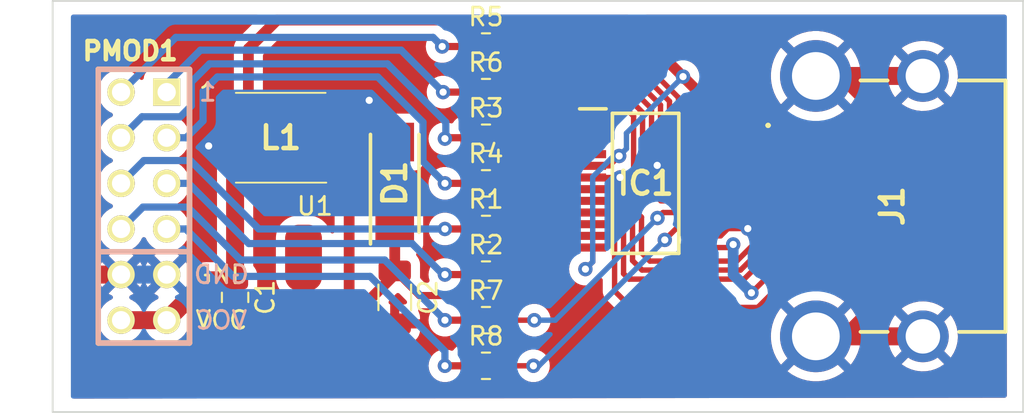
<source format=kicad_pcb>
(kicad_pcb (version 20211014) (generator pcbnew)
  (layers (0 "F.Cu" signal) (31 "B.Cu" signal) (34 "B.Paste" user) (35 "F.Paste" user) (36 "B.SilkS" user "B.Silkscreen") (37 "F.SilkS" user "F.Silkscreen") (38 "B.Mask" user) (39 "F.Mask" user) (44 "Edge.Cuts" user))
  (net 0 "")
  (net 1 "+3V3")
  (net 2 "GND")
  (net 3 "+5V")
  (net 4 "Net-(U1-Pad3)")
  (net 9 "/CEC_B")
  (net 10 "/SCL_B")
  (net 11 "/SDA_B")
  (net 12 "/HPD_B")
  (net 13 "/HDMI_5V")
  (net 14 "/HDMI_CLKN")
  (net 15 "/HDMI_CLKP")
  (net 16 "/HDMI_D0N")
  (net 17 "/HDMI_D0P")
  (net 18 "/HDMI_D1N")
  (net 19 "/HDMI_D1P")
  (net 20 "/HDMI_D2N")
  (net 21 "/HDMI_D2P")
  (net 23 "/HDMI_RP")
  (net 24 "/HDMI_RN")
  (net 25 "/HDMI_GP")
  (net 26 "/HDMI_GN")
  (net 27 "/HDMI_BP")
  (net 28 "/HDMI_BN")
  (net 29 "/HDMI_CP")
  (net 30 "/HDMI_CN")
  (footprint "ME2108A:SOT89" (layer "F.Cu") (at 87.63 107.95)
    (fp_text reference "U1" (at 0.635 -3.81) (layer "F.SilkS"))
    (fp_text value "ME2108A")
    (pad "1" smd rect locked (at -1.499 1.981) (size 0.8 1.4) (layers "F.Cu" "F.Paste" "F.Mask") (net 2 "GND"))
    (pad "2" smd custom locked (at 0 1.727) (size 0.8 1.9) (layers "F.Cu") (net 3 "+5V") (options (clearance outline) (anchor rect)) (primitives (gr_poly (pts (xy 0.25 0.323) (xy -0.25 0.323) (xy -0.25 -0.977) (xy -0.283 -0.978) (xy -0.315 -0.98) (xy -0.348 -0.985) (xy -0.38 -0.991) (xy -0.412 -0.998) (xy -0.443 -1.008) (xy -0.474 -1.019) (xy -0.504 -1.031) (xy -0.534 -1.045) (xy -0.562 -1.061) (xy -0.59 -1.078) (xy -0.617 -1.096) (xy -0.643 -1.116) (xy -0.668 -1.138) (xy -0.692 -1.16) (xy -0.714 -1.184) (xy -0.736 -1.209) (xy -0.756 -1.235) (xy -0.774 -1.262) (xy -0.791 -1.29) (xy -0.807 -1.318) (xy -0.821 -1.348) (xy -0.833 -1.378) (xy -0.844 -1.409) (xy -0.854 -1.44) (xy -0.861 -1.472) (xy -0.867 -1.504) (xy -0.872 -1.537) (xy -0.874 -1.569) (xy -0.875 -1.602) (xy -0.875 -3.777) (xy -0.872 -3.814) (xy -0.867 -3.846) (xy -0.86 -3.878) (xy -0.852 -3.909) (xy -0.843 -3.939) (xy -0.831 -3.969) (xy -0.819 -3.999) (xy -0.804 -4.028) (xy -0.788 -4.056) (xy -0.771 -4.083) (xy -0.753 -4.109) (xy -0.733 -4.134) (xy -0.711 -4.158) (xy -0.689 -4.181) (xy -0.665 -4.203) (xy -0.64 -4.223) (xy -0.614 -4.242) (xy -0.588 -4.26) (xy -0.56 -4.276) (xy -0.532 -4.291) (xy -0.502 -4.304) (xy -0.472 -4.316) (xy -0.442 -4.326) (xy -0.411 -4.335) (xy -0.38 -4.342) (xy -0.348 -4.347) (xy -0.316 -4.351) (xy -0.284 -4.353) (xy -0.252 -4.353) (xy -0.225 -4.352) (xy 0.25 -4.352) (xy 0.284 -4.352) (xy 0.316 -4.35) (xy 0.348 -4.346) (xy 0.379 -4.341) (xy 0.411 -4.334) (xy 0.442 -4.325) (xy 0.472 -4.315) (xy 0.502 -4.303) (xy 0.531 -4.29) (xy 0.56 -4.275) (xy 0.587 -4.259) (xy 0.614 -4.241) (xy 0.64 -4.222) (xy 0.664 -4.202) (xy 0.688 -4.18) (xy 0.711 -4.157) (xy 0.732 -4.133) (xy 0.752 -4.108) (xy 0.77 -4.082) (xy 0.788 -4.055) (xy 0.803 -4.027) (xy 0.818 -3.998) (xy 0.831 -3.969) (xy 0.842 -3.939) (xy 0.851 -3.908) (xy 0.859 -3.877) (xy 0.866 -3.846) (xy 0.871 -3.814) (xy 0.874 -3.782) (xy 0.875 -3.752) (xy 0.875 -1.602) (xy 0.874 -1.569) (xy 0.872 -1.537) (xy 0.867 -1.504) (xy 0.861 -1.472) (xy 0.854 -1.44) (xy 0.844 -1.409) (xy 0.833 -1.378) (xy 0.821 -1.348) (xy 0.807 -1.318) (xy 0.791 -1.29) (xy 0.774 -1.262) (xy 0.756 -1.235) (xy 0.736 -1.209) (xy 0.714 -1.184) (xy 0.692 -1.16) (xy 0.668 -1.138) (xy 0.643 -1.116) (xy 0.617 -1.096) (xy 0.59 -1.078) (xy 0.563 -1.061) (xy 0.534 -1.045) (xy 0.504 -1.031) (xy 0.474 -1.019) (xy 0.443 -1.008) (xy 0.412 -0.998) (xy 0.38 -0.991) (xy 0.348 -0.985) (xy 0.315 -0.98) (xy 0.283 -0.978) (xy 0.25 -0.977) (xy 0.25 0.323)) (width 0.3) (fill yes))))
    (pad "3" smd rect locked (at 1.499 1.981) (size 0.8 1.4) (layers "F.Cu" "F.Paste" "F.Mask") (net 4 "Net-(U1-Pad3)"))
  )
  (footprint "Resistor_SMD:R_0805_2012Metric" (layer "F.Cu") (at 97.79 97.79)
    (fp_text reference "R6" (at 0 -1.65) (layer "F.SilkS"))
    (fp_text value "R")
    (fp_line (start -0.227064 0.735) (end 0.227064 0.735) (layer "F.SilkS") (width 0.12))
    (fp_line (start -0.227064 -0.735) (end 0.227064 -0.735) (layer "F.SilkS") (width 0.12))
    (pad "1" smd roundrect (at -0.9125 0) (size 1.025 1.4) (layers "F.Cu" "F.Paste" "F.Mask") (roundrect_rratio 0.243902439) (net 28 "/HDMI_BN"))
    (pad "2" smd roundrect (at 0.9125 0) (size 1.025 1.4) (layers "F.Cu" "F.Paste" "F.Mask") (roundrect_rratio 0.243902439) (net 20 "/HDMI_D2N"))
  )
  (footprint "Resistor_SMD:R_0805_2012Metric" (layer "F.Cu") (at 97.79 110.49)
    (fp_text reference "R7" (at 0 -1.65) (layer "F.SilkS"))
    (fp_text value "R")
    (fp_line (start -0.227064 -0.735) (end 0.227064 -0.735) (layer "F.SilkS") (width 0.12))
    (fp_line (start -0.227064 0.735) (end 0.227064 0.735) (layer "F.SilkS") (width 0.12))
    (pad "1" smd roundrect (at -0.9125 0) (size 1.025 1.4) (layers "F.Cu" "F.Paste" "F.Mask") (roundrect_rratio 0.243902439) (net 29 "/HDMI_CP"))
    (pad "2" smd roundrect (at 0.9125 0) (size 1.025 1.4) (layers "F.Cu" "F.Paste" "F.Mask") (roundrect_rratio 0.243902439) (net 15 "/HDMI_CLKP"))
  )
  (footprint "Resistor_SMD:R_0805_2012Metric" (layer "F.Cu") (at 97.79 113.03)
    (fp_text reference "R8" (at 0 -1.65) (layer "F.SilkS"))
    (fp_text value "R")
    (fp_line (start -0.227064 -0.735) (end 0.227064 -0.735) (layer "F.SilkS") (width 0.12))
    (fp_line (start -0.227064 0.735) (end 0.227064 0.735) (layer "F.SilkS") (width 0.12))
    (pad "1" smd roundrect (at -0.9125 0) (size 1.025 1.4) (layers "F.Cu" "F.Paste" "F.Mask") (roundrect_rratio 0.243902439) (net 30 "/HDMI_CN"))
    (pad "2" smd roundrect (at 0.9125 0) (size 1.025 1.4) (layers "F.Cu" "F.Paste" "F.Mask") (roundrect_rratio 0.243902439) (net 14 "/HDMI_CLKN"))
  )
  (footprint "pmod-conn_6x2:pmod_pin_array_6x2" (layer "F.Cu") (at 78.74 104.14)
    (fp_text reference "PMOD1" (at -0.762 -8.636) (layer "F.SilkS") (effects (font (size 1.016 1.016) (thickness 0.254))))
    (fp_text value "PMOD-Device-x2-Type-1A-GPIO" hide)
    (fp_text user "1" (at 3.556 -6.35) (layer "B.SilkS") (effects (justify mirror)))
    (fp_text user "VCC" (at 4.318 6.35) (layer "B.SilkS") (effects (justify mirror)))
    (fp_text user "GND" (at 4.318 3.81) (layer "B.SilkS") (effects (justify mirror)))
    (fp_text user "VCC" (at 4.318 6.35) (layer "F.SilkS"))
    (fp_text user "GND" (at 4.318 3.81) (layer "F.SilkS"))
    (fp_text user "1" (at 3.556 -6.35) (layer "F.SilkS"))
    (fp_line (start -2.54 -7.62) (end -2.54 7.62) (layer "B.SilkS") (width 0.3048))
    (fp_line (start 2.54 -7.62) (end -2.54 -7.62) (layer "B.SilkS") (width 0.3048))
    (fp_line (start 2.54 7.62) (end 2.54 -7.62) (layer "B.SilkS") (width 0.3048))
    (fp_line (start -2.54 7.62) (end 2.54 7.62) (layer "B.SilkS") (width 0.3048))
    (fp_line (start 2.54 2.54) (end -2.54 2.54) (layer "B.SilkS") (width 0.3048))
    (fp_line (start -2.54 -7.62) (end -2.54 7.62) (layer "F.SilkS") (width 0.3048))
    (fp_line (start -2.54 7.62) (end 2.54 7.62) (layer "F.SilkS") (width 0.3048))
    (fp_line (start 2.54 2.54) (end -2.54 2.54) (layer "F.SilkS") (width 0.3048))
    (fp_line (start 2.54 -7.62) (end -2.54 -7.62) (layer "F.SilkS") (width 0.3048))
    (fp_line (start 2.54 7.62) (end 2.54 -7.62) (layer "F.SilkS") (width 0.3048))
    (pad "1" thru_hole rect locked (at 1.27 -6.35) (size 1.524 1.524) (drill 1.016) (layers *.Cu *.Mask "F.SilkS") (net 28 "/HDMI_BN"))
    (pad "2" thru_hole circle locked (at 1.27 -3.81 270) (size 1.524 1.524) (drill 1.016) (layers *.Cu *.Mask "F.SilkS") (net 26 "/HDMI_GN"))
    (pad "3" thru_hole circle locked (at 1.27 -1.27 270) (size 1.524 1.524) (drill 1.016) (layers *.Cu *.Mask "F.SilkS") (net 24 "/HDMI_RN"))
    (pad "4" thru_hole circle locked (at 1.27 1.27 270) (size 1.524 1.524) (drill 1.016) (layers *.Cu *.Mask "F.SilkS") (net 30 "/HDMI_CN"))
    (pad "5" thru_hole circle locked (at 1.27 3.81 270) (size 1.524 1.524) (drill 1.016) (layers *.Cu *.Mask "F.SilkS") (net 2 "GND"))
    (pad "6" thru_hole circle locked (at 1.27 6.35 270) (size 1.524 1.524) (drill 1.016) (layers *.Cu *.Mask "F.SilkS") (net 1 "+3V3"))
    (pad "7" thru_hole circle locked (at -1.27 -6.35 270) (size 1.524 1.524) (drill 1.016) (layers *.Cu *.Mask "F.SilkS") (net 27 "/HDMI_BP"))
    (pad "8" thru_hole circle locked (at -1.27 -3.81 270) (size 1.524 1.524) (drill 1.016) (layers *.Cu *.Mask "F.SilkS") (net 25 "/HDMI_GP"))
    (pad "9" thru_hole circle locked (at -1.27 -1.27 270) (size 1.524 1.524) (drill 1.016) (layers *.Cu *.Mask "F.SilkS") (net 23 "/HDMI_RP"))
    (pad "10" thru_hole circle locked (at -1.27 1.27 270) (size 1.524 1.524) (drill 1.016) (layers *.Cu *.Mask "F.SilkS") (net 29 "/HDMI_CP"))
    (pad "11" thru_hole circle locked (at -1.27 3.81 270) (size 1.524 1.524) (drill 1.016) (layers *.Cu *.Mask "F.SilkS") (net 2 "GND"))
    (pad "12" thru_hole circle locked (at -1.27 6.35 270) (size 1.524 1.524) (drill 1.016) (layers *.Cu *.Mask "F.SilkS") (net 1 "+3V3"))
  )
  (footprint "Resistor_SMD:R_0805_2012Metric" (layer "F.Cu") (at 97.79 107.95)
    (fp_text reference "R2" (at 0 -1.65) (layer "F.SilkS"))
    (fp_text value "R")
    (fp_line (start -0.227064 0.735) (end 0.227064 0.735) (layer "F.SilkS") (width 0.12))
    (fp_line (start -0.227064 -0.735) (end 0.227064 -0.735) (layer "F.SilkS") (width 0.12))
    (pad "1" smd roundrect (at -0.9125 0) (size 1.025 1.4) (layers "F.Cu" "F.Paste" "F.Mask") (roundrect_rratio 0.243902439) (net 24 "/HDMI_RN"))
    (pad "2" smd roundrect (at 0.9125 0) (size 1.025 1.4) (layers "F.Cu" "F.Paste" "F.Mask") (roundrect_rratio 0.243902439) (net 16 "/HDMI_D0N"))
  )
  (footprint "Capacitor_SMD:C_1206_3216Metric" (layer "F.Cu") (at 92.71 109.22 -90)
    (fp_text reference "C2" (at 0 -1.85 90) (layer "F.SilkS"))
    (fp_text value "47u")
    (fp_line (start -0.711252 -0.91) (end 0.711252 -0.91) (layer "F.SilkS") (width 0.12))
    (fp_line (start -0.711252 0.91) (end 0.711252 0.91) (layer "F.SilkS") (width 0.12))
    (pad "1" smd roundrect (at -1.475 0 270) (size 1.15 1.8) (layers "F.Cu" "F.Paste" "F.Mask") (roundrect_rratio 0.2173913043) (net 3 "+5V"))
    (pad "2" smd roundrect (at 1.475 0 270) (size 1.15 1.8) (layers "F.Cu" "F.Paste" "F.Mask") (roundrect_rratio 0.2173913043) (net 2 "GND"))
  )
  (footprint "SamacSys_Parts:SOP65P640X120-24N" (layer "F.Cu") (at 106.68 102.87)
    (fp_text reference "IC1" (at 0 0) (layer "F.SilkS") (effects (font (size 1.27 1.27) (thickness 0.254))))
    (fp_text value "TPD12S016PWR" hide)
    (fp_line (start 1.85 3.9) (end -1.85 3.9) (layer "F.SilkS") (width 0.2))
    (fp_line (start -1.85 3.9) (end -1.85 -3.9) (layer "F.SilkS") (width 0.2))
    (fp_line (start 1.85 -3.9) (end 1.85 3.9) (layer "F.SilkS") (width 0.2))
    (fp_line (start -1.85 -3.9) (end 1.85 -3.9) (layer "F.SilkS") (width 0.2))
    (fp_line (start -3.675 -4.15) (end -2.2 -4.15) (layer "F.SilkS") (width 0.2))
    (pad "1" smd rect locked (at -2.938 -3.575 90) (size 0.45 1.475) (layers "F.Cu" "F.Paste" "F.Mask"))
    (pad "2" smd rect locked (at -2.938 -2.925 90) (size 0.45 1.475) (layers "F.Cu" "F.Paste" "F.Mask"))
    (pad "3" smd rect locked (at -2.938 -2.275 90) (size 0.45 1.475) (layers "F.Cu" "F.Paste" "F.Mask"))
    (pad "4" smd rect locked (at -2.938 -1.625 90) (size 0.45 1.475) (layers "F.Cu" "F.Paste" "F.Mask"))
    (pad "5" smd rect locked (at -2.938 -0.975 90) (size 0.45 1.475) (layers "F.Cu" "F.Paste" "F.Mask") (net 1 "+3V3"))
    (pad "6" smd rect locked (at -2.938 -0.325 90) (size 0.45 1.475) (layers "F.Cu" "F.Paste" "F.Mask") (net 2 "GND"))
    (pad "7" smd rect locked (at -2.938 0.325 90) (size 0.45 1.475) (layers "F.Cu" "F.Paste" "F.Mask") (net 9 "/CEC_B"))
    (pad "8" smd rect locked (at -2.938 0.975 90) (size 0.45 1.475) (layers "F.Cu" "F.Paste" "F.Mask") (net 10 "/SCL_B"))
    (pad "9" smd rect locked (at -2.938 1.625 90) (size 0.45 1.475) (layers "F.Cu" "F.Paste" "F.Mask") (net 11 "/SDA_B"))
    (pad "10" smd rect locked (at -2.938 2.275 90) (size 0.45 1.475) (layers "F.Cu" "F.Paste" "F.Mask") (net 12 "/HPD_B"))
    (pad "11" smd rect locked (at -2.938 2.925 90) (size 0.45 1.475) (layers "F.Cu" "F.Paste" "F.Mask") (net 3 "+5V"))
    (pad "12" smd rect locked (at -2.938 3.575 90) (size 0.45 1.475) (layers "F.Cu" "F.Paste" "F.Mask") (net 1 "+3V3"))
    (pad "13" smd rect locked (at 2.938 3.575 90) (size 0.45 1.475) (layers "F.Cu" "F.Paste" "F.Mask") (net 13 "/HDMI_5V"))
    (pad "14" smd rect locked (at 2.938 2.925 90) (size 0.45 1.475) (layers "F.Cu" "F.Paste" "F.Mask") (net 2 "GND"))
    (pad "15" smd rect locked (at 2.938 2.275 90) (size 0.45 1.475) (layers "F.Cu" "F.Paste" "F.Mask") (net 14 "/HDMI_CLKN"))
    (pad "16" smd rect locked (at 2.938 1.625 90) (size 0.45 1.475) (layers "F.Cu" "F.Paste" "F.Mask") (net 15 "/HDMI_CLKP"))
    (pad "17" smd rect locked (at 2.938 0.975 90) (size 0.45 1.475) (layers "F.Cu" "F.Paste" "F.Mask") (net 16 "/HDMI_D0N"))
    (pad "18" smd rect locked (at 2.938 0.325 90) (size 0.45 1.475) (layers "F.Cu" "F.Paste" "F.Mask") (net 17 "/HDMI_D0P"))
    (pad "19" smd rect locked (at 2.938 -0.325 90) (size 0.45 1.475) (layers "F.Cu" "F.Paste" "F.Mask") (net 2 "GND"))
    (pad "20" smd rect locked (at 2.938 -0.975 90) (size 0.45 1.475) (layers "F.Cu" "F.Paste" "F.Mask") (net 18 "/HDMI_D1N"))
    (pad "21" smd rect locked (at 2.938 -1.625 90) (size 0.45 1.475) (layers "F.Cu" "F.Paste" "F.Mask") (net 19 "/HDMI_D1P"))
    (pad "22" smd rect locked (at 2.938 -2.275 90) (size 0.45 1.475) (layers "F.Cu" "F.Paste" "F.Mask") (net 20 "/HDMI_D2N"))
    (pad "23" smd rect locked (at 2.938 -2.925 90) (size 0.45 1.475) (layers "F.Cu" "F.Paste" "F.Mask") (net 21 "/HDMI_D2P"))
    (pad "24" smd rect locked (at 2.938 -3.575 90) (size 0.45 1.475) (layers "F.Cu" "F.Paste" "F.Mask") (net 1 "+3V3"))
  )
  (footprint "Resistor_SMD:R_0805_2012Metric" (layer "F.Cu") (at 97.79 100.33)
    (fp_text reference "R3" (at 0 -1.65) (layer "F.SilkS"))
    (fp_text value "R")
    (fp_line (start -0.227064 0.735) (end 0.227064 0.735) (layer "F.SilkS") (width 0.12))
    (fp_line (start -0.227064 -0.735) (end 0.227064 -0.735) (layer "F.SilkS") (width 0.12))
    (pad "1" smd roundrect (at -0.9125 0) (size 1.025 1.4) (layers "F.Cu" "F.Paste" "F.Mask") (roundrect_rratio 0.243902439) (net 25 "/HDMI_GP"))
    (pad "2" smd roundrect (at 0.9125 0) (size 1.025 1.4) (layers "F.Cu" "F.Paste" "F.Mask") (roundrect_rratio 0.243902439) (net 19 "/HDMI_D1P"))
  )
  (footprint "Resistor_SMD:R_0805_2012Metric" (layer "F.Cu") (at 97.79 102.87)
    (fp_text reference "R4" (at 0 -1.65) (layer "F.SilkS"))
    (fp_text value "R")
    (fp_line (start -0.227064 0.735) (end 0.227064 0.735) (layer "F.SilkS") (width 0.12))
    (fp_line (start -0.227064 -0.735) (end 0.227064 -0.735) (layer "F.SilkS") (width 0.12))
    (pad "1" smd roundrect (at -0.9125 0) (size 1.025 1.4) (layers "F.Cu" "F.Paste" "F.Mask") (roundrect_rratio 0.243902439) (net 26 "/HDMI_GN"))
    (pad "2" smd roundrect (at 0.9125 0) (size 1.025 1.4) (layers "F.Cu" "F.Paste" "F.Mask") (roundrect_rratio 0.243902439) (net 18 "/HDMI_D1N"))
  )
  (footprint "SamacSys_Parts:VLS5045EX330M" (layer "F.Cu") (at 86.36 100.33)
    (fp_text reference "L1" (at 0 0) (layer "F.SilkS") (effects (font (size 1.27 1.27) (thickness 0.254))))
    (fp_text value "VLS5045EX-330M" hide)
    (fp_line (start -2.5 -2.5) (end 2.5 -2.5) (layer "F.SilkS") (width 0.1))
    (fp_line (start -2.5 2.5) (end 2.54 2.5) (layer "F.SilkS") (width 0.1))
    (pad "1" smd rect locked (at -1.8 0) (size 1.5 4) (layers "F.Cu" "F.Paste" "F.Mask") (net 1 "+3V3"))
    (pad "2" smd rect locked (at 1.8 0) (size 1.5 4) (layers "F.Cu" "F.Paste" "F.Mask") (net 4 "Net-(U1-Pad3)"))
  )
  (footprint "Capacitor_SMD:C_0805_2012Metric" (layer "F.Cu") (at 83.82 109.22 -90)
    (fp_text reference "C1" (at 0 -1.68 90) (layer "F.SilkS"))
    (fp_text value "1u")
    (fp_line (start -0.261252 0.735) (end 0.261252 0.735) (layer "F.SilkS") (width 0.12))
    (fp_line (start -0.261252 -0.735) (end 0.261252 -0.735) (layer "F.SilkS") (width 0.12))
    (pad "1" smd roundrect (at -0.95 0 270) (size 1 1.45) (layers "F.Cu" "F.Paste" "F.Mask") (net 1 "+3V3"))
    (pad "2" smd roundrect (at 0.95 0 270) (size 1 1.45) (layers "F.Cu" "F.Paste" "F.Mask") (net 2 "GND"))
  )
  (footprint "Resistor_SMD:R_0805_2012Metric" (layer "F.Cu") (at 97.79 105.41)
    (fp_text reference "R1" (at 0 -1.65) (layer "F.SilkS"))
    (fp_text value "R")
    (fp_line (start -0.227064 0.735) (end 0.227064 0.735) (layer "F.SilkS") (width 0.12))
    (fp_line (start -0.227064 -0.735) (end 0.227064 -0.735) (layer "F.SilkS") (width 0.12))
    (pad "1" smd roundrect (at -0.9125 0) (size 1.025 1.4) (layers "F.Cu" "F.Paste" "F.Mask") (roundrect_rratio 0.243902439) (net 23 "/HDMI_RP"))
    (pad "2" smd roundrect (at 0.9125 0) (size 1.025 1.4) (layers "F.Cu" "F.Paste" "F.Mask") (roundrect_rratio 0.243902439) (net 17 "/HDMI_D0P"))
  )
  (footprint "Resistor_SMD:R_0805_2012Metric" (layer "F.Cu") (at 97.79 95.25)
    (fp_text reference "R5" (at 0 -1.65) (layer "F.SilkS"))
    (fp_text value "R")
    (fp_line (start -0.227064 -0.735) (end 0.227064 -0.735) (layer "F.SilkS") (width 0.12))
    (fp_line (start -0.227064 0.735) (end 0.227064 0.735) (layer "F.SilkS") (width 0.12))
    (pad "1" smd roundrect (at -0.9125 0) (size 1.025 1.4) (layers "F.Cu" "F.Paste" "F.Mask") (roundrect_rratio 0.243902439) (net 27 "/HDMI_BP"))
    (pad "2" smd roundrect (at 0.9125 0) (size 1.025 1.4) (layers "F.Cu" "F.Paste" "F.Mask") (roundrect_rratio 0.243902439) (net 21 "/HDMI_D2P"))
  )
  (footprint "SamacSys_Parts:DIOM5427X315N" (layer "F.Cu") (at 92.71 102.87 90)
    (fp_text reference "D1" (at 0 0 90) (layer "F.SilkS") (effects (font (size 1.27 1.27) (thickness 0.254))))
    (fp_text value "SS24-TP" hide)
    (fp_line (start -2.725 1.352) (end 2.725 1.352) (layer "F.SilkS") (width 0.2))
    (fp_line (start 2.725 -1.352) (end -3.375 -1.352) (layer "F.SilkS") (width 0.2))
    (pad "1" smd rect locked (at -2.3 0 180) (size 2.15 2.15) (layers "F.Cu" "F.Paste" "F.Mask") (net 3 "+5V"))
    (pad "2" smd rect locked (at 2.3 0 180) (size 2.15 2.15) (layers "F.Cu" "F.Paste" "F.Mask") (net 4 "Net-(U1-Pad3)"))
  )
  (footprint "SamacSys_Parts:RAHHD19TR" (layer "F.Cu") (at 120.65 104.14 90)
    (fp_text reference "J1" (at 0 -0.24 90) (layer "F.SilkS") (effects (font (size 1.27 1.27) (thickness 0.254))))
    (fp_text value "RAHHD19TR" hide)
    (fp_line (start 7 6.07) (end 7 3.5) (layer "F.SilkS") (width 0.2))
    (fp_line (start 7 -2) (end 7 -2) (layer "F.SilkS") (width 0.2))
    (fp_line (start -7 -0.5) (end -7 -2) (layer "F.SilkS") (width 0.2))
    (fp_line (start 7 6.07) (end 7 6.07) (layer "F.SilkS") (width 0.2))
    (fp_line (start 7 -0.5) (end 7 -0.5) (layer "F.SilkS") (width 0.2))
    (fp_line (start 4.5 -7.1) (end 4.5 -7.1) (layer "F.SilkS") (width 0.2))
    (fp_line (start -7 6.07) (end -7 6.07) (layer "F.SilkS") (width 0.2))
    (fp_line (start 7 -0.5) (end 7 -2) (layer "F.SilkS") (width 0.2))
    (fp_line (start 7 3.5) (end 7 6.07) (layer "F.SilkS") (width 0.2))
    (fp_line (start 7 6.07) (end -7 6.07) (layer "F.SilkS") (width 0.2))
    (fp_line (start -7 3.5) (end -7 3.5) (layer "F.SilkS") (width 0.2))
    (fp_line (start 7 -2) (end 7 -0.5) (layer "F.SilkS") (width 0.2))
    (fp_line (start 4.5 -7.2) (end 4.5 -7.2) (layer "F.SilkS") (width 0.2))
    (fp_line (start -7 -2) (end -7 -0.5) (layer "F.SilkS") (width 0.2))
    (fp_line (start -7 -2) (end -7 -2) (layer "F.SilkS") (width 0.2))
    (fp_line (start 4.5 -7.2) (end 4.5 -7.2) (layer "F.SilkS") (width 0.2))
    (fp_line (start 7 3.5) (end 7 3.5) (layer "F.SilkS") (width 0.2))
    (fp_line (start -7 3.5) (end -7 6.07) (layer "F.SilkS") (width 0.2))
    (fp_line (start -7 6.07) (end -7 6.07) (layer "F.SilkS") (width 0.2))
    (fp_line (start -7 6.07) (end -7 3.5) (layer "F.SilkS") (width 0.2))
    (fp_line (start 7 6.07) (end 7 6.07) (layer "F.SilkS") (width 0.2))
    (fp_line (start -7 -0.5) (end -7 -0.5) (layer "F.SilkS") (width 0.2))
    (fp_line (start -7 6.07) (end 7 6.07) (layer "F.SilkS") (width 0.2))
    (fp_arc (start 4.5 -7.2) (mid 4.55 -7.15) (end 4.5 -7.1) (layer "F.SilkS") (width 0.2))
    (fp_arc (start 4.5 -7.1) (mid 4.45 -7.15) (end 4.5 -7.2) (layer "F.SilkS") (width 0.2))
    (fp_arc (start 4.5 -7.1) (mid 4.45 -7.15) (end 4.5 -7.2) (layer "F.SilkS") (width 0.2))
    (pad "1" smd rect locked (at 4.5 -5.25 90) (size 0.28 2.6) (layers "F.Cu" "F.Paste" "F.Mask") (net 21 "/HDMI_D2P"))
    (pad "2" smd rect locked (at 4 -5.25 90) (size 0.28 2.6) (layers "F.Cu" "F.Paste" "F.Mask") (net 2 "GND"))
    (pad "3" smd rect locked (at 3.5 -5.25 90) (size 0.28 2.6) (layers "F.Cu" "F.Paste" "F.Mask") (net 20 "/HDMI_D2N"))
    (pad "4" smd rect locked (at 3 -5.25 90) (size 0.28 2.6) (layers "F.Cu" "F.Paste" "F.Mask") (net 19 "/HDMI_D1P"))
    (pad "5" smd rect locked (at 2.5 -5.25 90) (size 0.28 2.6) (layers "F.Cu" "F.Paste" "F.Mask") (net 2 "GND"))
    (pad "6" smd rect locked (at 2 -5.25 90) (size 0.28 2.6) (layers "F.Cu" "F.Paste" "F.Mask") (net 18 "/HDMI_D1N"))
    (pad "7" smd rect locked (at 1.5 -5.25 90) (size 0.28 2.6) (layers "F.Cu" "F.Paste" "F.Mask") (net 17 "/HDMI_D0P"))
    (pad "8" smd rect locked (at 1 -5.25 90) (size 0.28 2.6) (layers "F.Cu" "F.Paste" "F.Mask") (net 2 "GND"))
    (pad "9" smd rect locked (at 0.5 -5.25 90) (size 0.28 2.6) (layers "F.Cu" "F.Paste" "F.Mask") (net 16 "/HDMI_D0N"))
    (pad "10" smd rect locked (at 0 -5.25 90) (size 0.28 2.6) (layers "F.Cu" "F.Paste" "F.Mask") (net 15 "/HDMI_CLKP"))
    (pad "11" smd rect locked (at -0.5 -5.25 90) (size 0.28 2.6) (layers "F.Cu" "F.Paste" "F.Mask") (net 2 "GND"))
    (pad "12" smd rect locked (at -1 -5.25 90) (size 0.28 2.6) (layers "F.Cu" "F.Paste" "F.Mask") (net 14 "/HDMI_CLKN"))
    (pad "13" smd rect locked (at -1.5 -5.25 90) (size 0.28 2.6) (layers "F.Cu" "F.Paste" "F.Mask") (net 9 "/CEC_B"))
    (pad "14" smd rect locked (at -2 -5.25 90) (size 0.28 2.6) (layers "F.Cu" "F.Paste" "F.Mask"))
    (pad "15" smd rect locked (at -2.5 -5.25 90) (size 0.28 2.6) (layers "F.Cu" "F.Paste" "F.Mask") (net 10 "/SCL_B"))
    (pad "16" smd rect locked (at -3 -5.25 90) (size 0.28 2.6) (layers "F.Cu" "F.Paste" "F.Mask") (net 11 "/SDA_B"))
    (pad "17" smd rect locked (at -3.5 -5.25 90) (size 0.28 2.6) (layers "F.Cu" "F.Paste" "F.Mask") (net 2 "GND"))
    (pad "18" smd rect locked (at -4 -5.25 90) (size 0.28 2.6) (layers "F.Cu" "F.Paste" "F.Mask") (net 13 "/HDMI_5V"))
    (pad "19" smd rect locked (at -4.5 -5.25 90) (size 0.28 2.6) (layers "F.Cu" "F.Paste" "F.Mask") (net 12 "/HPD_B"))
    (pad "MH1" thru_hole circle locked (at 7.25 -4.49 90) (size 3.99 3.99) (drill 2.66) (layers *.Cu *.Mask) (net 2 "GND"))
    (pad "MH2" thru_hole circle locked (at -7.25 -4.49 90) (size 3.99 3.99) (drill 2.66) (layers *.Cu *.Mask) (net 2 "GND"))
    (pad "MH3" thru_hole circle locked (at 7.25 1.47 90) (size 2.88 2.88) (drill 1.92) (layers *.Cu *.Mask) (net 2 "GND"))
    (pad "MH4" thru_hole circle locked (at -7.25 1.47 90) (size 2.88 2.88) (drill 1.92) (layers *.Cu *.Mask) (net 2 "GND"))
  )
  (gr_rect (start 73.66 92.71) (end 127.705458 115.606903) (layer "Edge.Cuts") (width 0.1) (fill none))
  (segment (start 86.1568 93.7768) (end 84.56 95.3736) (width 0.6) (layer "F.Cu") (net 1))
  (segment (start 108.7628 96.9264) (end 109.5756 97.7392) (width 0.6) (layer "F.Cu") (net 1))
  (segment (start 84.56 95.3736) (end 84.56 100.33) (width 0.6) (layer "F.Cu") (net 1))
  (segment (start 82.23 108.27) (end 80.01 110.49) (width 1) (layer "F.Cu") (net 1))
  (segment (start 83.82 101.07) (end 84.56 100.33) (width 1) (layer "F.Cu") (net 1))
  (segment (start 104.6578 101.895) (end 105.2068 101.346) (width 0.3) (layer "F.Cu") (net 1))
  (segment (start 103.742 107.2304) (end 103.3272 107.6452) (width 0.3) (layer "F.Cu") (net 1))
  (segment (start 77.47 110.49) (end 80.01 110.49) (width 1) (layer "F.Cu") (net 1))
  (segment (start 103.742 106.445) (end 103.742 107.2304) (width 0.3) (layer "F.Cu") (net 1))
  (segment (start 83.82 108.27) (end 82.23 108.27) (width 1) (layer "F.Cu") (net 1))
  (segment (start 103.742 101.895) (end 104.6578 101.895) (width 0.3) (layer "F.Cu") (net 1))
  (segment (start 109.618 97.7816) (end 109.5756 97.7392) (width 0.3) (layer "F.Cu") (net 1))
  (segment (start 108.7628 96.9264) (end 105.6132 93.7768) (width 0.6) (layer "F.Cu") (net 1))
  (segment (start 105.6132 93.7768) (end 86.1568 93.7768) (width 0.6) (layer "F.Cu") (net 1))
  (segment (start 109.618 99.295) (end 109.618 97.7816) (width 0.3) (layer "F.Cu") (net 1))
  (segment (start 83.82 108.27) (end 83.82 101.07) (width 1) (layer "F.Cu") (net 1))
  (via (at 108.7628 96.9264) (size 0.8) (drill 0.4) (layers "F.Cu" "B.Cu") (net 1))
  (via (at 103.3272 107.6452) (size 0.8) (drill 0.4) (layers "F.Cu" "B.Cu") (net 1))
  (via (at 105.2068 101.346) (size 0.8) (drill 0.4) (layers "F.Cu" "B.Cu") (net 1))
  (segment (start 108.7628 96.9264) (end 105.6132 100.076) (width 0.3) (layer "B.Cu") (net 1))
  (segment (start 104.902 101.346) (end 105.2068 101.346) (width 0.3) (layer "B.Cu") (net 1))
  (segment (start 105.6132 100.076) (end 105.6132 100.9396) (width 0.3) (layer "B.Cu") (net 1))
  (segment (start 103.7336 102.5144) (end 104.902 101.346) (width 0.3) (layer "B.Cu") (net 1))
  (segment (start 103.3272 107.6452) (end 103.7336 107.2388) (width 0.3) (layer "B.Cu") (net 1))
  (segment (start 105.6132 100.9396) (end 105.2068 101.346) (width 0.3) (layer "B.Cu") (net 1))
  (segment (start 103.7336 107.2388) (end 103.7336 102.5144) (width 0.3) (layer "B.Cu") (net 1))
  (segment (start 86.131 112.6494) (end 85.9536 112.8268) (width 1) (layer "F.Cu") (net 2))
  (segment (start 116.16 96.89) (end 122.12 96.89) (width 1) (layer "F.Cu") (net 2))
  (segment (start 115.4 107.64) (end 119.0804 107.64) (width 0.3) (layer "F.Cu") (net 2))
  (segment (start 116.16 111.39) (end 117.9432 111.39) (width 1) (layer "F.Cu") (net 2))
  (segment (start 116.16 96.89) (end 117.7688 96.89) (width 1) (layer "F.Cu") (net 2))
  (segment (start 105.248587 102.545) (end 103.742 102.545) (width 0.3) (layer "F.Cu") (net 2))
  (segment (start 119.142 103.14) (end 119.1768 103.1748) (width 0.3) (layer "F.Cu") (net 2))
  (segment (start 119.1768 107.5436) (end 119.1768 110.1564) (width 1) (layer "F.Cu") (net 2))
  (segment (start 115.4 101.64) (end 119.0644 101.64) (width 0.3) (layer "F.Cu") (net 2))
  (segment (start 119.0884 100.14) (end 119.1768 100.2284) (width 0.3) (layer "F.Cu") (net 2))
  (segment (start 119.1768 98.298) (end 119.1768 100.2284) (width 1) (layer "F.Cu") (net 2))
  (segment (start 117.9432 111.39) (end 122.12 111.39) (width 1) (layer "F.Cu") (net 2))
  (segment (start 107.325332 101.869068) (end 108.001264 102.545) (width 0.3) (layer "F.Cu") (net 2))
  (segment (start 119.0644 101.64) (end 119.1768 101.7524) (width 0.3) (layer "F.Cu") (net 2))
  (segment (start 119.0804 107.64) (end 119.1768 107.5436) (width 0.3) (layer "F.Cu") (net 2))
  (segment (start 83.82 110.17) (end 83.82 112.3696) (width 1) (layer "F.Cu") (net 2))
  (segment (start 119.1768 104.394) (end 119.1768 107.5436) (width 1) (layer "F.Cu") (net 2))
  (segment (start 115.4 100.14) (end 119.0884 100.14) (width 0.3) (layer "F.Cu") (net 2))
  (segment (start 90.5782 112.8268) (end 92.71 110.695) (width 1) (layer "F.Cu") (net 2))
  (segment (start 111.261214 105.38902) (end 110.855234 105.795) (width 0.3) (layer "F.Cu") (net 2))
  (segment (start 119.1768 110.1564) (end 117.9432 111.39) (width 1) (layer "F.Cu") (net 2))
  (segment (start 115.4 104.64) (end 118.9308 104.64) (width 0.3) (layer "F.Cu") (net 2))
  (segment (start 83.82 112.3696) (end 84.2772 112.8268) (width 1) (layer "F.Cu") (net 2))
  (segment (start 105.254687 102.5389) (end 105.248587 102.545) (width 0.3) (layer "F.Cu") (net 2))
  (segment (start 115.4 103.14) (end 119.142 103.14) (width 0.3) (layer "F.Cu") (net 2))
  (segment (start 75.5396 111.9124) (end 76.454 112.8268) (width 1) (layer "F.Cu") (net 2))
  (segment (start 119.1768 101.7524) (end 119.1768 103.1748) (width 1) (layer "F.Cu") (net 2))
  (segment (start 76.454 112.8268) (end 84.2772 112.8268) (width 1) (layer "F.Cu") (net 2))
  (segment (start 75.9968 107.95) (end 75.5396 108.4072) (width 1) (layer "F.Cu") (net 2))
  (segment (start 86.131 109.931) (end 86.131 112.6494) (width 1) (layer "F.Cu") (net 2))
  (segment (start 117.7688 96.89) (end 119.1768 98.298) (width 1) (layer "F.Cu") (net 2))
  (segment (start 118.9308 104.64) (end 119.1768 104.394) (width 0.3) (layer "F.Cu") (net 2))
  (segment (start 75.5396 108.4072) (end 75.5396 111.9124) (width 1) (layer "F.Cu") (net 2))
  (segment (start 77.47 107.95) (end 75.9968 107.95) (width 1) (layer "F.Cu") (net 2))
  (segment (start 85.9536 112.8268) (end 90.5782 112.8268) (width 1) (layer "F.Cu") (net 2))
  (segment (start 110.855234 105.795) (end 109.618 105.795) (width 0.3) (layer "F.Cu") (net 2))
  (segment (start 119.1768 103.1748) (end 119.1768 104.394) (width 1) (layer "F.Cu") (net 2))
  (segment (start 119.1768 100.2284) (end 119.1768 101.7524) (width 1) (layer "F.Cu") (net 2))
  (segment (start 112.3696 105.38902) (end 111.261214 105.38902) (width 0.3) (layer "F.Cu") (net 2))
  (segment (start 84.2772 112.8268) (end 85.9536 112.8268) (width 1) (layer "F.Cu") (net 2))
  (segment (start 108.001264 102.545) (end 109.618 102.545) (width 0.3) (layer "F.Cu") (net 2))
  (via (at 112.3696 105.38902) (size 0.8) (drill 0.4) (layers "F.Cu" "B.Cu") (net 2))
  (via (at 105.254687 102.5389) (size 0.8) (drill 0.4) (layers "F.Cu" "B.Cu") (net 2))
  (via (at 107.325332 101.869068) (size 0.8) (drill 0.4) (layers "F.Cu" "B.Cu") (net 2))
  (via (at 82.3468 100.7872) (size 0.8) (drill 0.4) (layers "F.Cu" "B.Cu") (net 2))
  (via (at 91.2876 98.2472) (size 0.8) (drill 0.4) (layers "F.Cu" "B.Cu") (net 2))
  (segment (start 80.01 107.95) (end 77.47 107.95) (width 1) (layer "B.Cu") (net 2))
  (segment (start 103.742 105.795) (end 102.6045 105.795) (width 0.4) (layer "F.Cu") (net 3))
  (segment (start 90.17 110.49) (end 92.71 107.95) (width 0.6) (layer "F.Cu") (net 3))
  (segment (start 87.63 109.677) (end 87.63 110.93311) (width 0.6) (layer "F.Cu") (net 3))
  (segment (start 88.198736 111.501846) (end 89.657176 111.501846) (width 0.6) (layer "F.Cu") (net 3))
  (segment (start 87.63 110.93311) (end 88.198736 111.501846) (width 0.6) (layer "F.Cu") (net 3))
  (segment (start 92.71 105.17) (end 92.71 107.745) (width 0.6) (layer "F.Cu") (net 3))
  (segment (start 102.6045 105.795) (end 99.2811 109.1184) (width 0.4) (layer "F.Cu") (net 3))
  (segment (start 90.17 110.989022) (end 90.17 110.49) (width 0.6) (layer "F.Cu") (net 3))
  (segment (start 92.71 107.95) (end 92.71 107.745) (width 0.6) (layer "F.Cu") (net 3))
  (segment (start 89.657176 111.501846) (end 90.17 110.989022) (width 0.6) (layer "F.Cu") (net 3))
  (segment (start 94.0834 109.1184) (end 92.71 107.745) (width 0.4) (layer "F.Cu") (net 3))
  (segment (start 99.2811 109.1184) (end 94.0834 109.1184) (width 0.4) (layer "F.Cu") (net 3))
  (segment (start 89.129 109.931) (end 89.459 109.931) (width 0.6) (layer "F.Cu") (net 4))
  (segment (start 88.16 100.33) (end 90.17 100.33) (width 0.6) (layer "F.Cu") (net 4))
  (segment (start 90.17 100.33) (end 92.47 100.33) (width 0.6) (layer "F.Cu") (net 4))
  (segment (start 89.459 109.931) (end 90.17 109.22) (width 0.6) (layer "F.Cu") (net 4))
  (segment (start 90.17 109.22) (end 90.17 100.33) (width 0.6) (layer "F.Cu") (net 4))
  (segment (start 92.47 100.33) (end 92.71 100.57) (width 0.6) (layer "F.Cu") (net 4))
  (segment (start 106.919426 107.198866) (end 111.758679 107.198866) (width 0.3) (layer "F.Cu") (net 9))
  (segment (start 111.758679 107.198866) (end 113.317546 105.64) (width 0.3) (layer "F.Cu") (net 9))
  (segment (start 106.451358 105.511599) (end 106.45136 105.511601) (width 0.3) (layer "F.Cu") (net 9))
  (segment (start 103.742 103.195) (end 104.892355 103.195) (width 0.3) (layer "F.Cu") (net 9))
  (segment (start 106.45136 106.7308) (end 106.919426 107.198866) (width 0.3) (layer "F.Cu") (net 9))
  (segment (start 106.451357 104.754002) (end 106.451358 105.511599) (width 0.3) (layer "F.Cu") (net 9))
  (segment (start 104.892355 103.195) (end 106.451357 104.754002) (width 0.3) (layer "F.Cu") (net 9))
  (segment (start 106.45136 105.511601) (end 106.45136 106.7308) (width 0.3) (layer "F.Cu") (net 9))
  (segment (start 113.317546 105.64) (end 115.4 105.64) (width 0.3) (layer "F.Cu") (net 9))
  (segment (start 105.95184 106.7816) (end 105.951838 104.96091) (width 0.3) (layer "F.Cu") (net 10))
  (segment (start 111.965586 107.698386) (end 106.479186 107.698386) (width 0.3) (layer "F.Cu") (net 10))
  (segment (start 105.95184 107.17104) (end 105.95184 106.7816) (width 0.3) (layer "F.Cu") (net 10))
  (segment (start 115.4 106.64) (end 113.023973 106.64) (width 0.3) (layer "F.Cu") (net 10))
  (segment (start 105.951838 104.96091) (end 104.835928 103.845) (width 0.3) (layer "F.Cu") (net 10))
  (segment (start 104.835928 103.845) (end 103.742 103.845) (width 0.3) (layer "F.Cu") (net 10))
  (segment (start 106.479186 107.698386) (end 105.95184 107.17104) (width 0.3) (layer "F.Cu") (net 10))
  (segment (start 113.023973 106.64) (end 111.965586 107.698386) (width 0.3) (layer "F.Cu") (net 10))
  (segment (start 105.45232 107.8992) (end 105.452319 105.167819) (width 0.3) (layer "F.Cu") (net 11))
  (segment (start 115.4 107.14) (end 113.2304 107.14) (width 0.3) (layer "F.Cu") (net 11))
  (segment (start 104.7795 104.495) (end 103.742 104.495) (width 0.3) (layer "F.Cu") (net 11))
  (segment (start 113.2304 107.14) (end 112.1664 108.204) (width 0.3) (layer "F.Cu") (net 11))
  (segment (start 105.75712 108.204) (end 105.45232 107.8992) (width 0.3) (layer "F.Cu") (net 11))
  (segment (start 105.452319 105.167819) (end 104.7795 104.495) (width 0.3) (layer "F.Cu") (net 11))
  (segment (start 112.1664 108.204) (end 105.75712 108.204) (width 0.3) (layer "F.Cu") (net 11))
  (segment (start 105.8672 109.7788) (end 112.9284 109.7788) (width 0.3) (layer "F.Cu") (net 12))
  (segment (start 104.9528 108.8644) (end 105.8672 109.7788) (width 0.3) (layer "F.Cu") (net 12))
  (segment (start 114.0672 108.64) (end 115.4 108.64) (width 0.3) (layer "F.Cu") (net 12))
  (segment (start 104.9528 105.5116) (end 104.9528 108.8644) (width 0.3) (layer "F.Cu") (net 12))
  (segment (start 103.742 105.145) (end 104.5862 105.145) (width 0.3) (layer "F.Cu") (net 12))
  (segment (start 112.9284 109.7788) (end 114.0672 108.64) (width 0.3) (layer "F.Cu") (net 12))
  (segment (start 104.5862 105.145) (end 104.9528 105.5116) (width 0.3) (layer "F.Cu") (net 12))
  (segment (start 111.3854 106.445) (end 111.5568 106.2736) (width 0.3) (layer "F.Cu") (net 13))
  (segment (start 115.4 108.14) (end 113.3988 108.14) (width 0.3) (layer "F.Cu") (net 13))
  (segment (start 113.3988 108.14) (end 112.5728 108.966) (width 0.3) (layer "F.Cu") (net 13))
  (segment (start 109.618 106.445) (end 111.3854 106.445) (width 0.3) (layer "F.Cu") (net 13))
  (via (at 111.5568 106.2736) (size 0.8) (drill 0.4) (layers "F.Cu" "B.Cu") (net 13))
  (via (at 112.5728 108.966) (size 0.8) (drill 0.4) (layers "F.Cu" "B.Cu") (net 13))
  (segment (start 111.5568 107.95) (end 111.5568 106.2736) (width 0.6) (layer "B.Cu") (net 13))
  (segment (start 112.5728 108.966) (end 111.5568 107.95) (width 0.6) (layer "B.Cu") (net 13))
  (segment (start 113.260498 104.63952) (end 111.304286 104.63952) (width 0.3) (layer "F.Cu") (net 14))
  (segment (start 109.618 105.145) (end 108.6214 105.145) (width 0.3) (layer "F.Cu") (net 14))
  (segment (start 108.6214 105.145) (end 107.7468 106.0196) (width 0.3) (layer "F.Cu") (net 14))
  (segment (start 100.4316 113.03) (end 98.7025 113.03) (width 0.3) (layer "F.Cu") (net 14))
  (segment (start 111.304286 104.63952) (end 110.798806 105.145) (width 0.3) (layer "F.Cu") (net 14))
  (segment (start 115.4 105.14) (end 113.760978 105.14) (width 0.3) (layer "F.Cu") (net 14))
  (segment (start 110.798806 105.145) (end 109.618 105.145) (width 0.3) (layer "F.Cu") (net 14))
  (segment (start 113.760978 105.14) (end 113.260498 104.63952) (width 0.3) (layer "F.Cu") (net 14))
  (via (at 107.7468 106.0196) (size 0.8) (drill 0.4) (layers "F.Cu" "B.Cu") (net 14))
  (via (at 100.4316 113.03) (size 0.8) (drill 0.4) (layers "F.Cu" "B.Cu") (net 14))
  (segment (start 100.4316 113.03) (end 100.7364 113.03) (width 0.3) (layer "B.Cu") (net 14))
  (segment (start 100.7364 113.03) (end 107.7468 106.0196) (width 0.3) (layer "B.Cu") (net 14))
  (segment (start 109.618 104.495) (end 107.6458 104.495) (width 0.3) (layer "F.Cu") (net 15))
  (segment (start 100.4824 110.49) (end 98.7025 110.49) (width 0.3) (layer "F.Cu") (net 15))
  (segment (start 110.742378 104.495) (end 109.618 104.495) (width 0.3) (layer "F.Cu") (net 15))
  (segment (start 107.6458 104.495) (end 107.3404 104.8004) (width 0.3) (layer "F.Cu") (net 15))
  (segment (start 115.4 104.14) (end 111.097378 104.14) (width 0.3) (layer "F.Cu") (net 15))
  (segment (start 111.097378 104.14) (end 110.742378 104.495) (width 0.3) (layer "F.Cu") (net 15))
  (via (at 107.3404 104.8004) (size 0.8) (drill 0.4) (layers "F.Cu" "B.Cu") (net 15))
  (via (at 100.4824 110.49) (size 0.8) (drill 0.4) (layers "F.Cu" "B.Cu") (net 15))
  (segment (start 107.3404 104.8004) (end 101.6508 110.49) (width 0.3) (layer "B.Cu") (net 15))
  (segment (start 101.6508 110.49) (end 100.4824 110.49) (width 0.3) (layer "B.Cu") (net 15))
  (segment (start 107.534867 103.845) (end 109.618 103.845) (width 0.3) (layer "F.Cu") (net 16))
  (segment (start 106.0112 102.321333) (end 107.534867 103.845) (width 0.3) (layer "F.Cu") (net 16))
  (segment (start 104.62946 97.7476) (end 106.0112 99.12934) (width 0.3) (layer "F.Cu") (net 16))
  (segment (start 101.32904 105.32346) (end 101.32904 98.36576) (width 0.3) (layer "F.Cu") (net 16))
  (segment (start 110.89095 103.64) (end 110.68595 103.845) (width 0.3) (layer "F.Cu") (net 16))
  (segment (start 101.32904 98.36576) (end 101.9472 97.7476) (width 0.3) (layer "F.Cu") (net 16))
  (segment (start 110.68595 103.845) (end 109.618 103.845) (width 0.3) (layer "F.Cu") (net 16))
  (segment (start 106.0112 99.12934) (end 106.0112 102.321333) (width 0.3) (layer "F.Cu") (net 16))
  (segment (start 115.4 103.64) (end 110.89095 103.64) (width 0.3) (layer "F.Cu") (net 16))
  (segment (start 98.7025 107.95) (end 101.32904 105.32346) (width 0.3) (layer "F.Cu") (net 16))
  (segment (start 101.9472 97.7476) (end 104.62946 97.7476) (width 0.3) (layer "F.Cu") (net 16))
  (segment (start 106.51072 98.922432) (end 106.51072 102.114426) (width 0.3) (layer "F.Cu") (net 17))
  (segment (start 107.621894 103.2256) (end 109.5874 103.2256) (width 0.3) (layer "F.Cu") (net 17))
  (segment (start 101.58312 97.24808) (end 104.836368 97.24808) (width 0.3) (layer "F.Cu") (net 17))
  (segment (start 115.4 102.64) (end 111.184522 102.64) (width 0.3) (layer "F.Cu") (net 17))
  (segment (start 100.82952 103.28298) (end 100.82952 98.00168) (width 0.3) (layer "F.Cu") (net 17))
  (segment (start 100.82952 98.00168) (end 101.58312 97.24808) (width 0.3) (layer "F.Cu") (net 17))
  (segment (start 110.629522 103.195) (end 109.618 103.195) (width 0.3) (layer "F.Cu") (net 17))
  (segment (start 104.836368 97.24808) (end 106.51072 98.922432) (width 0.3) (layer "F.Cu") (net 17))
  (segment (start 106.51072 102.114426) (end 107.621894 103.2256) (width 0.3) (layer "F.Cu") (net 17))
  (segment (start 109.5874 103.2256) (end 109.618 103.195) (width 0.3) (layer "F.Cu") (net 17))
  (segment (start 98.7025 105.41) (end 100.82952 103.28298) (width 0.3) (layer "F.Cu") (net 17))
  (segment (start 111.184522 102.64) (end 110.629522 103.195) (width 0.3) (layer "F.Cu") (net 17))
  (segment (start 115.4 102.14) (end 110.705011 102.14) (width 0.3) (layer "F.Cu") (net 18))
  (segment (start 109.618 101.895) (end 108.411219 101.895) (width 0.3) (layer "F.Cu") (net 18))
  (segment (start 100.33 100.4316) (end 98.7025 102.0591) (width 0.3) (layer "F.Cu") (net 18))
  (segment (start 101.21904 96.74856) (end 100.33 97.6376) (width 0.3) (layer "F.Cu") (net 18))
  (segment (start 110.460011 101.895) (end 109.618 101.895) (width 0.3) (layer "F.Cu") (net 18))
  (segment (start 107.01024 98.715524) (end 105.043276 96.74856) (width 0.3) (layer "F.Cu") (net 18))
  (segment (start 98.7025 102.0591) (end 98.7025 102.87) (width 0.3) (layer "F.Cu") (net 18))
  (segment (start 105.043276 96.74856) (end 101.21904 96.74856) (width 0.3) (layer "F.Cu") (net 18))
  (segment (start 107.01024 100.494021) (end 107.01024 98.715524) (width 0.3) (layer "F.Cu") (net 18))
  (segment (start 108.411219 101.895) (end 107.01024 100.494021) (width 0.3) (layer "F.Cu") (net 18))
  (segment (start 110.705011 102.14) (end 110.460011 101.895) (width 0.3) (layer "F.Cu") (net 18))
  (segment (start 100.33 97.6376) (end 100.33 100.4316) (width 0.3) (layer "F.Cu") (net 18))
  (segment (start 109.618 101.245) (end 108.467646 101.245) (width 0.3) (layer "F.Cu") (net 19))
  (segment (start 110.705011 101.14) (end 110.600011 101.245) (width 0.3) (layer "F.Cu") (net 19))
  (segment (start 110.600011 101.245) (end 109.618 101.245) (width 0.3) (layer "F.Cu") (net 19))
  (segment (start 107.509761 100.287115) (end 107.50976 98.508616) (width 0.3) (layer "F.Cu") (net 19))
  (segment (start 99.789974 97.314026) (end 99.789974 99.242526) (width 0.3) (layer "F.Cu") (net 19))
  (segment (start 108.467646 101.245) (end 107.509761 100.287115) (width 0.3) (layer "F.Cu") (net 19))
  (segment (start 107.50976 98.508616) (end 105.250184 96.24904) (width 0.3) (layer "F.Cu") (net 19))
  (segment (start 115.4 101.14) (end 110.705011 101.14) (width 0.3) (layer "F.Cu") (net 19))
  (segment (start 99.789974 99.242526) (end 98.7025 100.33) (width 0.3) (layer "F.Cu") (net 19))
  (segment (start 105.250184 96.24904) (end 100.85496 96.24904) (width 0.3) (layer "F.Cu") (net 19))
  (segment (start 100.85496 96.24904) (end 99.789974 97.314026) (width 0.3) (layer "F.Cu") (net 19))
  (segment (start 109.618 100.595) (end 108.524073 100.595) (width 0.3) (layer "F.Cu") (net 20))
  (segment (start 100.49088 95.74952) (end 98.7025 97.5379) (width 0.3) (layer "F.Cu") (net 20))
  (segment (start 108.00928 98.301708) (end 105.457092 95.74952) (width 0.3) (layer "F.Cu") (net 20))
  (segment (start 113.715978 100.595) (end 109.618 100.595) (width 0.3) (layer "F.Cu") (net 20))
  (segment (start 115.4 100.64) (end 113.760978 100.64) (width 0.3) (layer "F.Cu") (net 20))
  (segment (start 108.524073 100.595) (end 108.009281 100.080208) (width 0.3) (layer "F.Cu") (net 20))
  (segment (start 113.760978 100.64) (end 113.715978 100.595) (width 0.3) (layer "F.Cu") (net 20))
  (segment (start 98.7025 97.5379) (end 98.7025 97.79) (width 0.3) (layer "F.Cu") (net 20))
  (segment (start 105.457092 95.74952) (end 100.49088 95.74952) (width 0.3) (layer "F.Cu") (net 20))
  (segment (start 108.009281 100.080208) (end 108.00928 98.301708) (width 0.3) (layer "F.Cu") (net 20))
  (segment (start 108.5088 98.0948) (end 105.664 95.25) (width 0.3) (layer "F.Cu") (net 21))
  (segment (start 108.5088 99.8733) (end 108.5088 98.0948) (width 0.3) (layer "F.Cu") (net 21))
  (segment (start 115.4 99.64) (end 110.934522 99.64) (width 0.3) (layer "F.Cu") (net 21))
  (segment (start 105.664 95.25) (end 98.7025 95.25) (width 0.3) (layer "F.Cu") (net 21))
  (segment (start 110.629522 99.945) (end 109.618 99.945) (width 0.3) (layer "F.Cu") (net 21))
  (segment (start 110.934522 99.64) (end 110.629522 99.945) (width 0.3) (layer "F.Cu") (net 21))
  (segment (start 108.5805 99.945) (end 108.5088 99.8733) (width 0.3) (layer "F.Cu") (net 21))
  (segment (start 109.618 99.945) (end 108.5805 99.945) (width 0.3) (layer "F.Cu") (net 21))
  (segment (start 96.8775 105.41) (end 95.504 105.41) (width 0.4) (layer "F.Cu") (net 23))
  (via (at 95.504 105.41) (size 0.8) (drill 0.4) (layers "F.Cu" "B.Cu") (net 23))
  (segment (start 81.3308 101.6) (end 78.74 101.6) (width 0.4) (layer "B.Cu") (net 23))
  (segment (start 95.504 105.41) (end 85.1408 105.41) (width 0.4) (layer "B.Cu") (net 23))
  (segment (start 85.1408 105.41) (end 81.3308 101.6) (width 0.4) (layer "B.Cu") (net 23))
  (segment (start 78.74 101.6) (end 77.47 102.87) (width 0.4) (layer "B.Cu") (net 23))
  (segment (start 96.8775 107.95) (end 95.504 107.95) (width 0.4) (layer "F.Cu") (net 24))
  (via (at 95.504 107.95) (size 0.8) (drill 0.4) (layers "F.Cu" "B.Cu") (net 24))
  (segment (start 81.2292 102.87) (end 80.01 102.87) (width 0.4) (layer "B.Cu") (net 24))
  (segment (start 95.4024 107.95) (end 93.6752 106.2228) (width 0.4) (layer "B.Cu") (net 24))
  (segment (start 93.6752 106.2228) (end 84.582 106.2228) (width 0.4) (layer "B.Cu") (net 24))
  (segment (start 95.504 107.95) (end 95.4024 107.95) (width 0.4) (layer "B.Cu") (net 24))
  (segment (start 84.582 106.2228) (end 81.2292 102.87) (width 0.4) (layer "B.Cu") (net 24))
  (segment (start 96.8775 100.33) (end 95.5548 100.33) (width 0.4) (layer "F.Cu") (net 25))
  (segment (start 95.5548 100.33) (end 95.504 100.3808) (width 0.4) (layer "F.Cu") (net 25))
  (via (at 95.504 100.3808) (size 0.8) (drill 0.4) (layers "F.Cu" "B.Cu") (net 25))
  (segment (start 78.6384 99.1616) (end 80.772 99.1616) (width 0.4) (layer "B.Cu") (net 25))
  (segment (start 92.3036 96.2152) (end 95.5548 99.4664) (width 0.4) (layer "B.Cu") (net 25))
  (segment (start 95.5548 99.4664) (end 95.5548 100.33) (width 0.4) (layer "B.Cu") (net 25))
  (segment (start 77.47 100.33) (end 78.6384 99.1616) (width 0.4) (layer "B.Cu") (net 25))
  (segment (start 82.3976 96.2152) (end 92.3036 96.2152) (width 0.4) (layer "B.Cu") (net 25))
  (segment (start 81.3816 97.2312) (end 82.3976 96.2152) (width 0.4) (layer "B.Cu") (net 25))
  (segment (start 80.772 99.1616) (end 81.3816 98.552) (width 0.4) (layer "B.Cu") (net 25))
  (segment (start 81.3816 98.552) (end 81.3816 97.2312) (width 0.4) (layer "B.Cu") (net 25))
  (segment (start 95.5548 100.33) (end 95.504 100.3808) (width 0.4) (layer "B.Cu") (net 25))
  (segment (start 96.8775 102.87) (end 95.504 102.87) (width 0.4) (layer "F.Cu") (net 26))
  (via (at 95.504 102.87) (size 0.8) (drill 0.4) (layers "F.Cu" "B.Cu") (net 26))
  (segment (start 82.837275 96.943925) (end 82.03633 97.74487) (width 0.4) (layer "B.Cu") (net 26))
  (segment (start 95.504 102.87) (end 94.2848 101.6508) (width 0.4) (layer "B.Cu") (net 26))
  (segment (start 94.2848 101.6508) (end 94.2848 99.4664) (width 0.4) (layer "B.Cu") (net 26))
  (segment (start 82.03633 97.74487) (end 82.03633 99.39138) (width 0.4) (layer "B.Cu") (net 26))
  (segment (start 81.09771 100.33) (end 80.01 100.33) (width 0.4) (layer "B.Cu") (net 26))
  (segment (start 91.762325 96.943925) (end 82.837275 96.943925) (width 0.4) (layer "B.Cu") (net 26))
  (segment (start 82.03633 99.39138) (end 81.09771 100.33) (width 0.4) (layer "B.Cu") (net 26))
  (segment (start 94.2848 99.4664) (end 91.762325 96.943925) (width 0.4) (layer "B.Cu") (net 26))
  (segment (start 96.8775 95.25) (end 95.3516 95.25) (width 0.4) (layer "F.Cu") (net 27))
  (via (at 95.3516 95.25) (size 0.8) (drill 0.4) (layers "F.Cu" "B.Cu") (net 27))
  (segment (start 80.518 94.742) (end 94.8436 94.742) (width 0.4) (layer "B.Cu") (net 27))
  (segment (start 94.8436 94.742) (end 95.3516 95.25) (width 0.4) (layer "B.Cu") (net 27))
  (segment (start 77.47 97.79) (end 80.518 94.742) (width 0.4) (layer "B.Cu") (net 27))
  (segment (start 96.8775 97.79) (end 95.4024 97.79) (width 0.4) (layer "F.Cu") (net 28))
  (via (at 95.4024 97.79) (size 0.8) (drill 0.4) (layers "F.Cu" "B.Cu") (net 28))
  (segment (start 80.01 97.3328) (end 81.8896 95.4532) (width 0.4) (layer "B.Cu") (net 28))
  (segment (start 81.8896 95.4532) (end 93.0656 95.4532) (width 0.4) (layer "B.Cu") (net 28))
  (segment (start 93.0656 95.4532) (end 95.4024 97.79) (width 0.4) (layer "B.Cu") (net 28))
  (segment (start 80.01 97.79) (end 80.01 97.3328) (width 0.4) (layer "B.Cu") (net 28))
  (segment (start 96.8775 110.49) (end 95.504 110.49) (width 0.4) (layer "F.Cu") (net 29))
  (via (at 95.504 110.49) (size 0.8) (drill 0.4) (layers "F.Cu" "B.Cu") (net 29))
  (segment (start 78.6892 104.1908) (end 77.47 105.41) (width 0.4) (layer "B.Cu") (net 29))
  (segment (start 84.1248 107.1372) (end 81.1784 104.1908) (width 0.4) (layer "B.Cu") (net 29))
  (segment (start 81.1784 104.1908) (end 78.6892 104.1908) (width 0.4) (layer "B.Cu") (net 29))
  (segment (start 92.1512 107.1372) (end 84.1248 107.1372) (width 0.4) (layer "B.Cu") (net 29))
  (segment (start 95.504 110.49) (end 92.1512 107.1372) (width 0.4) (layer "B.Cu") (net 29))
  (segment (start 96.8775 113.03) (end 95.504 113.03) (width 0.4) (layer "F.Cu") (net 30))
  (via (at 95.504 113.03) (size 0.8) (drill 0.4) (layers "F.Cu" "B.Cu") (net 30))
  (segment (start 95.504 112.2172) (end 91.3384 108.0516) (width 0.4) (layer "B.Cu") (net 30))
  (segment (start 81.0768 105.41) (end 80.01 105.41) (width 0.4) (layer "B.Cu") (net 30))
  (segment (start 95.504 113.03) (end 95.504 112.2172) (width 0.4) (layer "B.Cu") (net 30))
  (segment (start 91.3384 108.0516) (end 83.7184 108.0516) (width 0.4) (layer "B.Cu") (net 30))
  (segment (start 83.7184 108.0516) (end 81.0768 105.41) (width 0.4) (layer "B.Cu") (net 30))
  (zone (net 2) (net_name "GND") (layer "F.Cu") (connect_pads (clearance 0.508)) (min_thickness 0.254) (fill yes (thermal_gap 0.508) (thermal_bridge_width 0.508))
    (polygon (pts (xy 126.746 93.472) (xy 126.7968 114.808) (xy 74.7268 114.8588) (xy 74.7268 93.472)))
  )
  (zone (net 2) (net_name "GND") (layer "B.Cu") (connect_pads (clearance 0.508)) (min_thickness 0.254) (fill yes (thermal_gap 0.508) (thermal_bridge_width 0.508))
    (polygon (pts (xy 126.7968 114.808) (xy 74.676 114.8588) (xy 74.676 93.472) (xy 126.7968 93.472)))
  )
)
</source>
